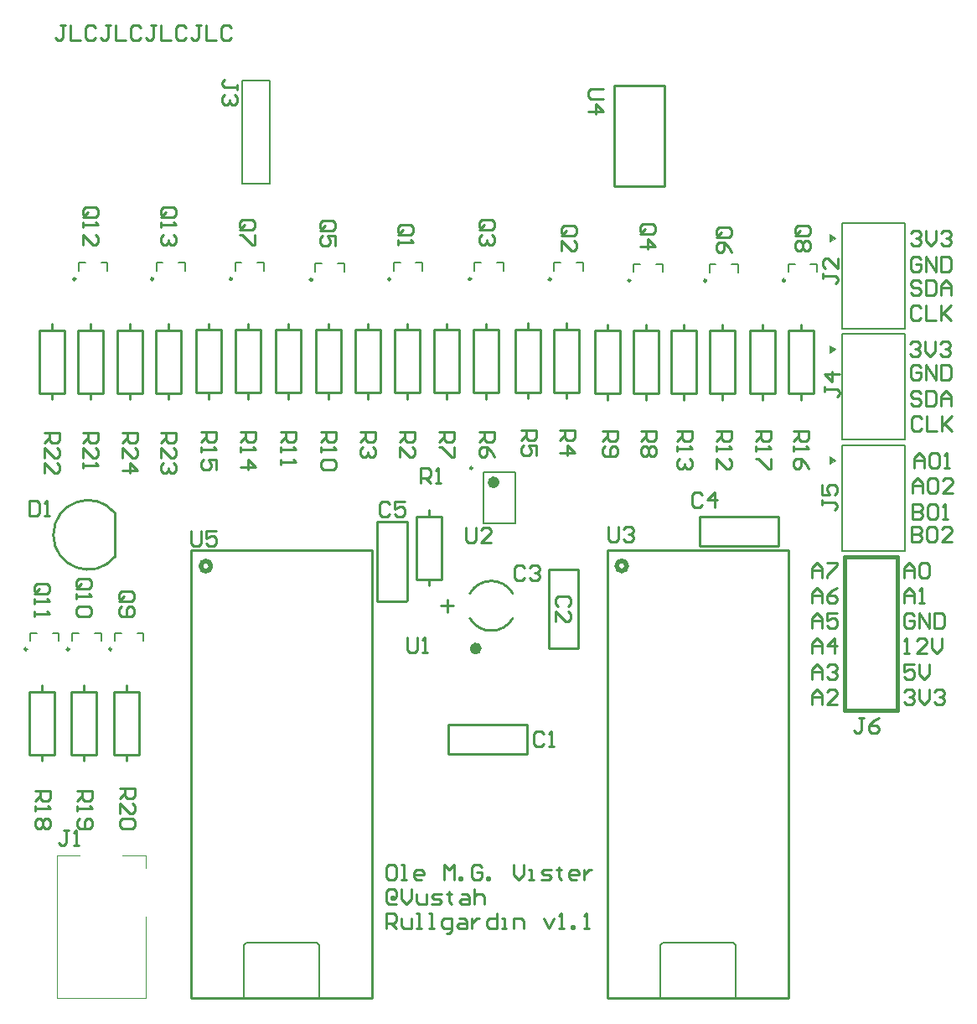
<source format=gto>
G04 Layer_Color=15132400*
%FSLAX43Y43*%
%MOMM*%
G71*
G01*
G75*
%ADD14C,0.254*%
%ADD30C,0.250*%
%ADD31C,0.600*%
%ADD32C,0.508*%
%ADD33C,0.200*%
%ADD34C,0.150*%
%ADD35C,0.025*%
%ADD36C,0.100*%
%ADD37C,0.400*%
G36*
X102740Y74360D02*
X102105Y73979D01*
Y74360D01*
Y74741D01*
X102740Y74360D01*
D02*
G37*
G36*
Y85585D02*
X102105Y85204D01*
Y85585D01*
Y85966D01*
X102740Y85585D01*
D02*
G37*
G36*
Y96785D02*
X102105Y96404D01*
Y96785D01*
Y97166D01*
X102740Y96785D01*
D02*
G37*
D14*
X29933Y69011D02*
G03*
X29933Y64639I-2733J-2186D01*
G01*
X65785Y58400D02*
G03*
X70115Y58400I2165J1250D01*
G01*
X70121Y60920D02*
G03*
X65791Y60920I-2165J-1250D01*
G01*
X73726Y63363D02*
X76724D01*
Y55413D02*
Y63363D01*
X73726Y55387D02*
X76698D01*
X73726D02*
Y63363D01*
X63562Y44701D02*
Y47699D01*
X71512D01*
X71538Y44701D02*
Y47673D01*
X63562Y44701D02*
X71538D01*
X61675Y68695D02*
Y69330D01*
X60405Y62345D02*
X61675D01*
X60405D02*
Y68695D01*
X61675Y61710D02*
Y62345D01*
X62945D01*
X60405Y68695D02*
X62945D01*
Y62345D02*
Y68695D01*
X56415Y68116D02*
X59412D01*
Y60166D02*
Y68116D01*
X56415Y60141D02*
X59387D01*
X56415D02*
Y68116D01*
X31075Y50974D02*
Y51609D01*
X29805Y44624D02*
X31075D01*
X29805D02*
Y50974D01*
X31075Y43989D02*
Y44624D01*
X32345D01*
X29805Y50974D02*
X32345D01*
Y44624D02*
Y50974D01*
X26800D02*
Y51609D01*
X25530Y44624D02*
X26800D01*
X25530D02*
Y50974D01*
X26800Y43989D02*
Y44624D01*
X28070D01*
X25530Y50974D02*
X28070D01*
Y44624D02*
Y50974D01*
X22525D02*
Y51609D01*
X21255Y44624D02*
X22525D01*
X21255D02*
Y50974D01*
X22525Y43989D02*
Y44624D01*
X23795D01*
X21255Y50974D02*
X23795D01*
Y44624D02*
Y50974D01*
X29933Y64639D02*
Y69011D01*
X31400Y87480D02*
Y88115D01*
X30130Y81130D02*
X31400D01*
X30130D02*
Y87480D01*
X31400Y80495D02*
Y81130D01*
X32670D01*
X30130Y87480D02*
X32670D01*
Y81130D02*
Y87480D01*
X35325Y80495D02*
Y81130D01*
Y87480D02*
X36595D01*
Y81130D02*
Y87480D01*
X35325D02*
Y88115D01*
X34055Y87480D02*
X35325D01*
X34055Y81130D02*
X36595D01*
X34055D02*
Y87480D01*
X23550D02*
Y88115D01*
X22280Y81130D02*
X23550D01*
X22280D02*
Y87480D01*
X23550Y80495D02*
Y81130D01*
X24820D01*
X22280Y87480D02*
X24820D01*
Y81130D02*
Y87480D01*
X27475Y80495D02*
Y81130D01*
Y87480D02*
X28745D01*
Y81130D02*
Y87480D01*
X27475D02*
Y88115D01*
X26205Y87480D02*
X27475D01*
X26205Y81130D02*
X28745D01*
X26205D02*
Y87480D01*
X58205Y81173D02*
Y87523D01*
Y81173D02*
X60745D01*
X58205Y87523D02*
X59475D01*
Y88158D01*
X60745Y81173D02*
Y87523D01*
X59475D02*
X60745D01*
X59475Y80538D02*
Y81173D01*
X64713D02*
Y87523D01*
X62173D02*
X64713D01*
X63443Y81173D02*
X64713D01*
X63443Y80538D02*
Y81173D01*
X62173D02*
Y87523D01*
Y81173D02*
X63443D01*
Y87523D02*
Y88158D01*
X66182Y81173D02*
Y87523D01*
Y81173D02*
X68722D01*
X66182Y87523D02*
X67452D01*
Y88158D01*
X68722Y81173D02*
Y87523D01*
X67452D02*
X68722D01*
X67452Y80538D02*
Y81173D01*
X55466Y87523D02*
Y88158D01*
X54196Y81173D02*
X55466D01*
X54196D02*
Y87523D01*
X55466Y80538D02*
Y81173D01*
X56736D01*
X54196Y87523D02*
X56736D01*
Y81173D02*
Y87523D01*
X51459Y80538D02*
Y81173D01*
Y87523D02*
X52729D01*
Y81173D02*
Y87523D01*
X51459D02*
Y88158D01*
X50189Y87523D02*
X51459D01*
X50189Y81173D02*
X52729D01*
X50189D02*
Y87523D01*
X47451D02*
Y88158D01*
X46181Y81173D02*
X47451D01*
X46181D02*
Y87523D01*
X47451Y80538D02*
Y81173D01*
X48721D01*
X46181Y87523D02*
X48721D01*
Y81173D02*
Y87523D01*
X43392Y80538D02*
Y81173D01*
Y87523D02*
X44662D01*
Y81173D02*
Y87523D01*
X43392D02*
Y88158D01*
X42122Y87523D02*
X43392D01*
X42122Y81173D02*
X44662D01*
X42122D02*
Y87523D01*
X39383D02*
Y88158D01*
X38113Y81173D02*
X39383D01*
X38113D02*
Y87523D01*
X39383Y80538D02*
Y81173D01*
X40653D01*
X38113Y87523D02*
X40653D01*
Y81173D02*
Y87523D01*
X80365Y101985D02*
X85445D01*
Y112145D01*
X80365D02*
X85445D01*
X80365Y101985D02*
Y112145D01*
X89012Y65676D02*
X96988D01*
Y68648D01*
X89012Y68674D02*
X96962D01*
X89012Y65676D02*
Y68674D01*
X74300Y81231D02*
Y87581D01*
Y81231D02*
X76840D01*
X74300Y87581D02*
X75570D01*
Y88216D01*
X76840Y81231D02*
Y87581D01*
X75570D02*
X76840D01*
X75570Y80596D02*
Y81231D01*
X91266Y80446D02*
Y81081D01*
Y87431D02*
X92536D01*
Y81081D02*
Y87431D01*
X91266D02*
Y88066D01*
X89996Y87431D02*
X91266D01*
X89996Y81081D02*
X92536D01*
X89996D02*
Y87431D01*
X99227Y80471D02*
Y81106D01*
Y87456D02*
X100497D01*
Y81106D02*
Y87456D01*
X99227D02*
Y88091D01*
X97957Y87456D02*
X99227D01*
X97957Y81106D02*
X100497D01*
X97957D02*
Y87456D01*
X79656Y20057D02*
Y65269D01*
X97944D01*
Y20057D02*
Y65269D01*
X79656Y20057D02*
X97944D01*
X82335Y81106D02*
Y87456D01*
Y81106D02*
X84875D01*
X82335Y87456D02*
X83605D01*
Y88091D01*
X84875Y81106D02*
Y87456D01*
X83605D02*
X84875D01*
X83605Y80471D02*
Y81106D01*
X37631Y20032D02*
X55919D01*
Y65244D01*
X37631D02*
X55919D01*
X37631Y20032D02*
Y65244D01*
X80968Y81106D02*
Y87456D01*
X78428D02*
X80968D01*
X79698Y81106D02*
X80968D01*
X79698Y80471D02*
Y81106D01*
X78428D02*
Y87456D01*
Y81106D02*
X79698D01*
Y87456D02*
Y88091D01*
X87359Y87431D02*
Y88066D01*
X86089Y81081D02*
X87359D01*
X86089D02*
Y87431D01*
X87359Y80446D02*
Y81081D01*
X88629D01*
X86089Y87431D02*
X88629D01*
Y81081D02*
Y87431D01*
X95320Y87456D02*
Y88091D01*
X94050Y81106D02*
X95320D01*
X94050D02*
Y87456D01*
X95320Y80471D02*
Y81106D01*
X96590D01*
X94050Y87456D02*
X96590D01*
Y81106D02*
Y87456D01*
X71663Y87581D02*
Y88216D01*
X70393Y81231D02*
X71663D01*
X70393D02*
Y87581D01*
X71663Y80596D02*
Y81231D01*
X72933D01*
X70393Y87581D02*
X72933D01*
Y81231D02*
Y87581D01*
X62870Y59650D02*
X64140D01*
X63505Y59015D02*
Y60285D01*
X105616Y48349D02*
X105108D01*
X105362D01*
Y47079D01*
X105108Y46825D01*
X104854D01*
X104600Y47079D01*
X107139Y48349D02*
X106631Y48095D01*
X106124Y47587D01*
Y47079D01*
X106377Y46825D01*
X106885D01*
X107139Y47079D01*
Y47333D01*
X106885Y47587D01*
X106124D01*
X30632Y77165D02*
X32156D01*
Y76403D01*
X31902Y76150D01*
X31394D01*
X31140Y76403D01*
Y77165D01*
Y76657D02*
X30632Y76150D01*
Y74626D02*
Y75642D01*
X31648Y74626D01*
X31902D01*
X32156Y74880D01*
Y75388D01*
X31902Y75642D01*
X30632Y73356D02*
X32156D01*
X31394Y74118D01*
Y73103D01*
X34569Y77165D02*
X36093D01*
Y76403D01*
X35839Y76150D01*
X35331D01*
X35077Y76403D01*
Y77165D01*
Y76657D02*
X34569Y76150D01*
Y74626D02*
Y75642D01*
X35585Y74626D01*
X35839D01*
X36093Y74880D01*
Y75388D01*
X35839Y75642D01*
Y74118D02*
X36093Y73864D01*
Y73356D01*
X35839Y73103D01*
X35585D01*
X35331Y73356D01*
Y73610D01*
Y73356D01*
X35077Y73103D01*
X34823D01*
X34569Y73356D01*
Y73864D01*
X34823Y74118D01*
X22784Y77165D02*
X24307D01*
Y76403D01*
X24053Y76150D01*
X23546D01*
X23292Y76403D01*
Y77165D01*
Y76657D02*
X22784Y76150D01*
Y74626D02*
Y75642D01*
X23799Y74626D01*
X24053D01*
X24307Y74880D01*
Y75388D01*
X24053Y75642D01*
X22784Y73103D02*
Y74118D01*
X23799Y73103D01*
X24053D01*
X24307Y73356D01*
Y73864D01*
X24053Y74118D01*
X26721Y77165D02*
X28244D01*
Y76403D01*
X27990Y76150D01*
X27483D01*
X27229Y76403D01*
Y77165D01*
Y76657D02*
X26721Y76150D01*
Y74626D02*
Y75642D01*
X27736Y74626D01*
X27990D01*
X28244Y74880D01*
Y75388D01*
X27990Y75642D01*
X26721Y74118D02*
Y73610D01*
Y73864D01*
X28244D01*
X27990Y74118D01*
X30373Y41245D02*
X31896D01*
Y40484D01*
X31642Y40230D01*
X31135D01*
X30881Y40484D01*
Y41245D01*
Y40738D02*
X30373Y40230D01*
Y38706D02*
Y39722D01*
X31388Y38706D01*
X31642D01*
X31896Y38960D01*
Y39468D01*
X31642Y39722D01*
Y38198D02*
X31896Y37944D01*
Y37437D01*
X31642Y37183D01*
X30627D01*
X30373Y37437D01*
Y37944D01*
X30627Y38198D01*
X31642D01*
X26106Y40991D02*
X27629D01*
Y40230D01*
X27375Y39976D01*
X26867D01*
X26613Y40230D01*
Y40991D01*
Y40484D02*
X26106Y39976D01*
Y39468D02*
Y38960D01*
Y39214D01*
X27629D01*
X27375Y39468D01*
X26360Y38198D02*
X26106Y37944D01*
Y37437D01*
X26360Y37183D01*
X27375D01*
X27629Y37437D01*
Y37944D01*
X27375Y38198D01*
X27121D01*
X26867Y37944D01*
Y37183D01*
X21838Y40991D02*
X23362D01*
Y40230D01*
X23108Y39976D01*
X22600D01*
X22346Y40230D01*
Y40991D01*
Y40484D02*
X21838Y39976D01*
Y39468D02*
Y38960D01*
Y39214D01*
X23362D01*
X23108Y39468D01*
Y38198D02*
X23362Y37944D01*
Y37437D01*
X23108Y37183D01*
X22854D01*
X22600Y37437D01*
X22346Y37183D01*
X22092D01*
X21838Y37437D01*
Y37944D01*
X22092Y38198D01*
X22346D01*
X22600Y37944D01*
X22854Y38198D01*
X23108D01*
X22600Y37944D02*
Y37437D01*
X34818Y98897D02*
X35834D01*
X36088Y99151D01*
Y99658D01*
X35834Y99912D01*
X34818D01*
X34564Y99658D01*
Y99151D01*
X35072Y99404D02*
X34564Y98897D01*
Y99151D02*
X34818Y98897D01*
X34564Y98389D02*
Y97881D01*
Y98135D01*
X36088D01*
X35834Y98389D01*
Y97119D02*
X36088Y96865D01*
Y96357D01*
X35834Y96104D01*
X35580D01*
X35326Y96357D01*
Y96611D01*
Y96357D01*
X35072Y96104D01*
X34818D01*
X34564Y96357D01*
Y96865D01*
X34818Y97119D01*
X26964Y98873D02*
X27980D01*
X28234Y99127D01*
Y99635D01*
X27980Y99889D01*
X26964D01*
X26710Y99635D01*
Y99127D01*
X27218Y99381D02*
X26710Y98873D01*
Y99127D02*
X26964Y98873D01*
X26710Y98365D02*
Y97858D01*
Y98111D01*
X28234D01*
X27980Y98365D01*
X26710Y96080D02*
Y97096D01*
X27726Y96080D01*
X27980D01*
X28234Y96334D01*
Y96842D01*
X27980Y97096D01*
X22022Y60910D02*
X23037D01*
X23291Y61163D01*
Y61671D01*
X23037Y61925D01*
X22022D01*
X21768Y61671D01*
Y61163D01*
X22276Y61417D02*
X21768Y60910D01*
Y61163D02*
X22022Y60910D01*
X21768Y60402D02*
Y59894D01*
Y60148D01*
X23291D01*
X23037Y60402D01*
X21768Y59132D02*
Y58624D01*
Y58878D01*
X23291D01*
X23037Y59132D01*
X26289Y61418D02*
X27305D01*
X27559Y61671D01*
Y62179D01*
X27305Y62433D01*
X26289D01*
X26035Y62179D01*
Y61671D01*
X26543Y61925D02*
X26035Y61418D01*
Y61671D02*
X26289Y61418D01*
X26035Y60910D02*
Y60402D01*
Y60656D01*
X27559D01*
X27305Y60910D01*
Y59640D02*
X27559Y59386D01*
Y58878D01*
X27305Y58624D01*
X26289D01*
X26035Y58878D01*
Y59386D01*
X26289Y59640D01*
X27305D01*
X42274Y111759D02*
Y112267D01*
Y112013D01*
X41004D01*
X40750Y112267D01*
Y112521D01*
X41004Y112775D01*
X42020Y111251D02*
X42274Y110998D01*
Y110490D01*
X42020Y110236D01*
X41766D01*
X41512Y110490D01*
Y110744D01*
Y110490D01*
X41258Y110236D01*
X41004D01*
X40750Y110490D01*
Y110998D01*
X41004Y111251D01*
X21275Y70249D02*
Y68725D01*
X22037D01*
X22291Y68979D01*
Y69995D01*
X22037Y70249D01*
X21275D01*
X22799Y68725D02*
X23306D01*
X23052D01*
Y70249D01*
X22799Y69995D01*
X89281Y70840D02*
X89027Y71094D01*
X88519D01*
X88265Y70840D01*
Y69825D01*
X88519Y69571D01*
X89027D01*
X89281Y69825D01*
X90550Y69571D02*
Y71094D01*
X89789Y70332D01*
X90804D01*
X70988Y77426D02*
X72511D01*
Y76665D01*
X72257Y76411D01*
X71749D01*
X71495Y76665D01*
Y77426D01*
Y76918D02*
X70988Y76411D01*
X72511Y74887D02*
Y75903D01*
X71749D01*
X72003Y75395D01*
Y75141D01*
X71749Y74887D01*
X71241D01*
X70988Y75141D01*
Y75649D01*
X71241Y75903D01*
X38633Y77216D02*
X40157D01*
Y76454D01*
X39903Y76200D01*
X39395D01*
X39141Y76454D01*
Y77216D01*
Y76708D02*
X38633Y76200D01*
Y75692D02*
Y75185D01*
Y75439D01*
X40157D01*
X39903Y75692D01*
X40157Y73407D02*
Y74423D01*
X39395D01*
X39649Y73915D01*
Y73661D01*
X39395Y73407D01*
X38887D01*
X38633Y73661D01*
Y74169D01*
X38887Y74423D01*
X42621Y77216D02*
X44145D01*
Y76454D01*
X43891Y76200D01*
X43383D01*
X43129Y76454D01*
Y77216D01*
Y76708D02*
X42621Y76200D01*
Y75692D02*
Y75185D01*
Y75439D01*
X44145D01*
X43891Y75692D01*
X42621Y73661D02*
X44145D01*
X43383Y74423D01*
Y73407D01*
X94670Y77301D02*
X96193D01*
Y76540D01*
X95939Y76286D01*
X95431D01*
X95178Y76540D01*
Y77301D01*
Y76793D02*
X94670Y76286D01*
Y75778D02*
Y75270D01*
Y75524D01*
X96193D01*
X95939Y75778D01*
X96193Y74508D02*
Y73493D01*
X95939D01*
X94924Y74508D01*
X94670D01*
X98503Y77301D02*
X100026D01*
Y76540D01*
X99773Y76286D01*
X99265D01*
X99011Y76540D01*
Y77301D01*
Y76793D02*
X98503Y76286D01*
Y75778D02*
Y75270D01*
Y75524D01*
X100026D01*
X99773Y75778D01*
X100026Y73493D02*
X99773Y74000D01*
X99265Y74508D01*
X98757D01*
X98503Y74254D01*
Y73746D01*
X98757Y73493D01*
X99011D01*
X99265Y73746D01*
Y74508D01*
X46685Y77216D02*
X48209D01*
Y76454D01*
X47955Y76200D01*
X47447D01*
X47193Y76454D01*
Y77216D01*
Y76708D02*
X46685Y76200D01*
Y75692D02*
Y75185D01*
Y75439D01*
X48209D01*
X47955Y75692D01*
X46685Y74423D02*
Y73915D01*
Y74169D01*
X48209D01*
X47955Y74423D01*
X50698Y77216D02*
X52222D01*
Y76454D01*
X51968Y76200D01*
X51460D01*
X51206Y76454D01*
Y77216D01*
Y76708D02*
X50698Y76200D01*
Y75692D02*
Y75185D01*
Y75439D01*
X52222D01*
X51968Y75692D01*
Y74423D02*
X52222Y74169D01*
Y73661D01*
X51968Y73407D01*
X50952D01*
X50698Y73661D01*
Y74169D01*
X50952Y74423D01*
X51968D01*
X86684Y77276D02*
X88207D01*
Y76515D01*
X87954Y76261D01*
X87446D01*
X87192Y76515D01*
Y77276D01*
Y76768D02*
X86684Y76261D01*
Y75753D02*
Y75245D01*
Y75499D01*
X88207D01*
X87954Y75753D01*
Y74483D02*
X88207Y74229D01*
Y73721D01*
X87954Y73468D01*
X87700D01*
X87446Y73721D01*
Y73975D01*
Y73721D01*
X87192Y73468D01*
X86938D01*
X86684Y73721D01*
Y74229D01*
X86938Y74483D01*
X90691Y77276D02*
X92215D01*
Y76515D01*
X91961Y76261D01*
X91453D01*
X91199Y76515D01*
Y77276D01*
Y76768D02*
X90691Y76261D01*
Y75753D02*
Y75245D01*
Y75499D01*
X92215D01*
X91961Y75753D01*
X90691Y73468D02*
Y74483D01*
X91707Y73468D01*
X91961D01*
X92215Y73721D01*
Y74229D01*
X91961Y74483D01*
X54712Y77216D02*
X56235D01*
Y76454D01*
X55981Y76200D01*
X55473D01*
X55219Y76454D01*
Y77216D01*
Y76708D02*
X54712Y76200D01*
X55981Y75692D02*
X56235Y75439D01*
Y74931D01*
X55981Y74677D01*
X55727D01*
X55473Y74931D01*
Y75185D01*
Y74931D01*
X55219Y74677D01*
X54966D01*
X54712Y74931D01*
Y75439D01*
X54966Y75692D01*
X42774Y97613D02*
X43789D01*
X44043Y97866D01*
Y98374D01*
X43789Y98628D01*
X42774D01*
X42520Y98374D01*
Y97866D01*
X43027Y98120D02*
X42520Y97613D01*
Y97866D02*
X42774Y97613D01*
X44043Y97105D02*
Y96089D01*
X43789D01*
X42774Y97105D01*
X42520D01*
X98880Y97021D02*
X99895D01*
X100149Y97275D01*
Y97782D01*
X99895Y98036D01*
X98880D01*
X98626Y97782D01*
Y97275D01*
X99134Y97528D02*
X98626Y97021D01*
Y97275D02*
X98880Y97021D01*
X99895Y96513D02*
X100149Y96259D01*
Y95751D01*
X99895Y95497D01*
X99641D01*
X99387Y95751D01*
X99134Y95497D01*
X98880D01*
X98626Y95751D01*
Y96259D01*
X98880Y96513D01*
X99134D01*
X99387Y96259D01*
X99641Y96513D01*
X99895D01*
X99387Y96259D02*
Y95751D01*
X50902Y97536D02*
X51917D01*
X52171Y97790D01*
Y98298D01*
X51917Y98552D01*
X50902D01*
X50648Y98298D01*
Y97790D01*
X51155Y98044D02*
X50648Y97536D01*
Y97790D02*
X50902Y97536D01*
X52171Y96013D02*
Y97028D01*
X51409D01*
X51663Y96521D01*
Y96267D01*
X51409Y96013D01*
X50902D01*
X50648Y96267D01*
Y96775D01*
X50902Y97028D01*
X90937Y96871D02*
X91953D01*
X92207Y97125D01*
Y97632D01*
X91953Y97886D01*
X90937D01*
X90683Y97632D01*
Y97125D01*
X91191Y97378D02*
X90683Y96871D01*
Y97125D02*
X90937Y96871D01*
X92207Y95347D02*
X91953Y95855D01*
X91445Y96363D01*
X90937D01*
X90683Y96109D01*
Y95601D01*
X90937Y95347D01*
X91191D01*
X91445Y95601D01*
Y96363D01*
X79781Y67691D02*
Y66421D01*
X80035Y66167D01*
X80543D01*
X80797Y66421D01*
Y67691D01*
X81305Y67437D02*
X81559Y67691D01*
X82067D01*
X82321Y67437D01*
Y67183D01*
X82067Y66929D01*
X81813D01*
X82067D01*
X82321Y66675D01*
Y66421D01*
X82067Y66167D01*
X81559D01*
X81305Y66421D01*
X60800Y72025D02*
Y73549D01*
X61562D01*
X61816Y73295D01*
Y72787D01*
X61562Y72533D01*
X60800D01*
X61308D02*
X61816Y72025D01*
X62324D02*
X62831D01*
X62577D01*
Y73549D01*
X62324Y73295D01*
X73289Y46709D02*
X73035Y46963D01*
X72527D01*
X72273Y46709D01*
Y45693D01*
X72527Y45439D01*
X73035D01*
X73289Y45693D01*
X73797Y45439D02*
X74305D01*
X74051D01*
Y46963D01*
X73797Y46709D01*
X75720Y59584D02*
X75974Y59838D01*
Y60346D01*
X75720Y60600D01*
X74704D01*
X74450Y60346D01*
Y59838D01*
X74704Y59584D01*
X74450Y58061D02*
Y59076D01*
X75466Y58061D01*
X75720D01*
X75974Y58315D01*
Y58823D01*
X75720Y59076D01*
X71291Y63520D02*
X71037Y63774D01*
X70529D01*
X70275Y63520D01*
Y62504D01*
X70529Y62250D01*
X71037D01*
X71291Y62504D01*
X71799Y63520D02*
X72052Y63774D01*
X72560D01*
X72814Y63520D01*
Y63266D01*
X72560Y63012D01*
X72306D01*
X72560D01*
X72814Y62758D01*
Y62504D01*
X72560Y62250D01*
X72052D01*
X71799Y62504D01*
X59425Y56499D02*
Y55229D01*
X59679Y54975D01*
X60187D01*
X60441Y55229D01*
Y56499D01*
X60949Y54975D02*
X61456D01*
X61202D01*
Y56499D01*
X60949Y56245D01*
X65350Y67549D02*
Y66279D01*
X65604Y66025D01*
X66112D01*
X66366Y66279D01*
Y67549D01*
X67889Y66025D02*
X66874D01*
X67889Y67041D01*
Y67295D01*
X67635Y67549D01*
X67127D01*
X66874Y67295D01*
X25273Y37007D02*
X24765D01*
X25019D01*
Y35738D01*
X24765Y35484D01*
X24511D01*
X24257Y35738D01*
X25781Y35484D02*
X26288D01*
X26034D01*
Y37007D01*
X25781Y36753D01*
X58801Y97079D02*
X59817D01*
X60071Y97333D01*
Y97841D01*
X59817Y98095D01*
X58801D01*
X58547Y97841D01*
Y97333D01*
X59055Y97587D02*
X58547Y97079D01*
Y97333D02*
X58801Y97079D01*
X58547Y96571D02*
Y96063D01*
Y96317D01*
X60071D01*
X59817Y96571D01*
X75302Y97046D02*
X76318D01*
X76572Y97300D01*
Y97807D01*
X76318Y98061D01*
X75302D01*
X75048Y97807D01*
Y97300D01*
X75556Y97553D02*
X75048Y97046D01*
Y97300D02*
X75302Y97046D01*
X75048Y95522D02*
Y96538D01*
X76064Y95522D01*
X76318D01*
X76572Y95776D01*
Y96284D01*
X76318Y96538D01*
X83270Y97196D02*
X84285D01*
X84539Y97450D01*
Y97957D01*
X84285Y98211D01*
X83270D01*
X83016Y97957D01*
Y97450D01*
X83523Y97703D02*
X83016Y97196D01*
Y97450D02*
X83270Y97196D01*
X83016Y95926D02*
X84539D01*
X83777Y96688D01*
Y95672D01*
X66954Y97613D02*
X67970D01*
X68224Y97866D01*
Y98374D01*
X67970Y98628D01*
X66954D01*
X66700Y98374D01*
Y97866D01*
X67208Y98120D02*
X66700Y97613D01*
Y97866D02*
X66954Y97613D01*
X67970Y97105D02*
X68224Y96851D01*
Y96343D01*
X67970Y96089D01*
X67716D01*
X67462Y96343D01*
Y96597D01*
Y96343D01*
X67208Y96089D01*
X66954D01*
X66700Y96343D01*
Y96851D01*
X66954Y97105D01*
X66700Y77216D02*
X68224D01*
Y76454D01*
X67970Y76200D01*
X67462D01*
X67208Y76454D01*
Y77216D01*
Y76708D02*
X66700Y76200D01*
X68224Y74677D02*
X67970Y75185D01*
X67462Y75692D01*
X66954D01*
X66700Y75439D01*
Y74931D01*
X66954Y74677D01*
X67208D01*
X67462Y74931D01*
Y75692D01*
X83055Y77301D02*
X84579D01*
Y76540D01*
X84325Y76286D01*
X83817D01*
X83563Y76540D01*
Y77301D01*
Y76793D02*
X83055Y76286D01*
X84325Y75778D02*
X84579Y75524D01*
Y75016D01*
X84325Y74762D01*
X84071D01*
X83817Y75016D01*
X83563Y74762D01*
X83309D01*
X83055Y75016D01*
Y75524D01*
X83309Y75778D01*
X83563D01*
X83817Y75524D01*
X84071Y75778D01*
X84325D01*
X83817Y75524D02*
Y75016D01*
X74895Y77426D02*
X76418D01*
Y76665D01*
X76164Y76411D01*
X75656D01*
X75403Y76665D01*
Y77426D01*
Y76918D02*
X74895Y76411D01*
Y75141D02*
X76418D01*
X75656Y75903D01*
Y74887D01*
X62687Y77216D02*
X64211D01*
Y76454D01*
X63957Y76200D01*
X63449D01*
X63195Y76454D01*
Y77216D01*
Y76708D02*
X62687Y76200D01*
X64211Y75692D02*
Y74677D01*
X63957D01*
X62941Y75692D01*
X62687D01*
X58725Y77216D02*
X60248D01*
Y76454D01*
X59994Y76200D01*
X59487D01*
X59233Y76454D01*
Y77216D01*
Y76708D02*
X58725Y76200D01*
Y74677D02*
Y75692D01*
X59740Y74677D01*
X59994D01*
X60248Y74931D01*
Y75439D01*
X59994Y75692D01*
X79249Y111825D02*
X77979D01*
X77725Y111571D01*
Y111063D01*
X77979Y110809D01*
X79249D01*
X77725Y109540D02*
X79249D01*
X78487Y110301D01*
Y109286D01*
X79148Y77301D02*
X80672D01*
Y76540D01*
X80418Y76286D01*
X79910D01*
X79656Y76540D01*
Y77301D01*
Y76793D02*
X79148Y76286D01*
X79402Y75778D02*
X79148Y75524D01*
Y75016D01*
X79402Y74762D01*
X80418D01*
X80672Y75016D01*
Y75524D01*
X80418Y75778D01*
X80164D01*
X79910Y75524D01*
Y74762D01*
X57691Y69895D02*
X57437Y70149D01*
X56929D01*
X56675Y69895D01*
Y68879D01*
X56929Y68625D01*
X57437D01*
X57691Y68879D01*
X59214Y70149D02*
X58199D01*
Y69387D01*
X58706Y69641D01*
X58960D01*
X59214Y69387D01*
Y68879D01*
X58960Y68625D01*
X58452D01*
X58199Y68879D01*
X37612Y67245D02*
Y65976D01*
X37866Y65722D01*
X38373D01*
X38627Y65976D01*
Y67245D01*
X40151D02*
X39135D01*
Y66483D01*
X39643Y66737D01*
X39897D01*
X40151Y66483D01*
Y65976D01*
X39897Y65722D01*
X39389D01*
X39135Y65976D01*
X101451Y93191D02*
Y92683D01*
Y92937D01*
X102721D01*
X102975Y92683D01*
Y92429D01*
X102721Y92175D01*
X102975Y94714D02*
Y93699D01*
X101959Y94714D01*
X101705D01*
X101451Y94460D01*
Y93952D01*
X101705Y93699D01*
X101601Y81791D02*
Y81283D01*
Y81537D01*
X102871D01*
X103125Y81283D01*
Y81029D01*
X102871Y80775D01*
X103125Y83060D02*
X101601D01*
X102363Y82299D01*
Y83314D01*
X101351Y70391D02*
Y69883D01*
Y70137D01*
X102621D01*
X102875Y69883D01*
Y69629D01*
X102621Y69375D01*
X101351Y71914D02*
Y70899D01*
X102113D01*
X101859Y71406D01*
Y71660D01*
X102113Y71914D01*
X102621D01*
X102875Y71660D01*
Y71152D01*
X102621Y70899D01*
X30556Y60148D02*
X31572D01*
X31826Y60401D01*
Y60909D01*
X31572Y61163D01*
X30556D01*
X30302Y60909D01*
Y60401D01*
X30810Y60655D02*
X30302Y60148D01*
Y60401D02*
X30556Y60148D01*
Y59640D02*
X30302Y59386D01*
Y58878D01*
X30556Y58624D01*
X31572D01*
X31826Y58878D01*
Y59386D01*
X31572Y59640D01*
X31318D01*
X31064Y59386D01*
Y58624D01*
X24891Y118274D02*
X24383D01*
X24637D01*
Y117004D01*
X24383Y116750D01*
X24129D01*
X23875Y117004D01*
X25399Y118274D02*
Y116750D01*
X26414D01*
X27938Y118020D02*
X27684Y118274D01*
X27176D01*
X26922Y118020D01*
Y117004D01*
X27176Y116750D01*
X27684D01*
X27938Y117004D01*
X29461Y118274D02*
X28953D01*
X29207D01*
Y117004D01*
X28953Y116750D01*
X28699D01*
X28446Y117004D01*
X29969Y118274D02*
Y116750D01*
X30985D01*
X32508Y118020D02*
X32254Y118274D01*
X31746D01*
X31493Y118020D01*
Y117004D01*
X31746Y116750D01*
X32254D01*
X32508Y117004D01*
X34032Y118274D02*
X33524D01*
X33778D01*
Y117004D01*
X33524Y116750D01*
X33270D01*
X33016Y117004D01*
X34540Y118274D02*
Y116750D01*
X35555D01*
X37079Y118020D02*
X36825Y118274D01*
X36317D01*
X36063Y118020D01*
Y117004D01*
X36317Y116750D01*
X36825D01*
X37079Y117004D01*
X38602Y118274D02*
X38094D01*
X38348D01*
Y117004D01*
X38094Y116750D01*
X37840D01*
X37587Y117004D01*
X39110Y118274D02*
Y116750D01*
X40126D01*
X41649Y118020D02*
X41395Y118274D01*
X40888D01*
X40634Y118020D01*
Y117004D01*
X40888Y116750D01*
X41395D01*
X41649Y117004D01*
X109675Y50995D02*
X109929Y51249D01*
X110437D01*
X110691Y50995D01*
Y50741D01*
X110437Y50487D01*
X110183D01*
X110437D01*
X110691Y50233D01*
Y49979D01*
X110437Y49725D01*
X109929D01*
X109675Y49979D01*
X111199Y51249D02*
Y50233D01*
X111706Y49725D01*
X112214Y50233D01*
Y51249D01*
X112722Y50995D02*
X112976Y51249D01*
X113484D01*
X113738Y50995D01*
Y50741D01*
X113484Y50487D01*
X113230D01*
X113484D01*
X113738Y50233D01*
Y49979D01*
X113484Y49725D01*
X112976D01*
X112722Y49979D01*
X110691Y53799D02*
X109675D01*
Y53037D01*
X110183Y53291D01*
X110437D01*
X110691Y53037D01*
Y52529D01*
X110437Y52275D01*
X109929D01*
X109675Y52529D01*
X111199Y53799D02*
Y52783D01*
X111706Y52275D01*
X112214Y52783D01*
Y53799D01*
X109675Y54825D02*
X110183D01*
X109929D01*
Y56349D01*
X109675Y56095D01*
X111960Y54825D02*
X110945D01*
X111960Y55841D01*
Y56095D01*
X111706Y56349D01*
X111199D01*
X110945Y56095D01*
X112468Y56349D02*
Y55333D01*
X112976Y54825D01*
X113484Y55333D01*
Y56349D01*
X110691Y58645D02*
X110437Y58899D01*
X109929D01*
X109675Y58645D01*
Y57629D01*
X109929Y57375D01*
X110437D01*
X110691Y57629D01*
Y58137D01*
X110183D01*
X111199Y57375D02*
Y58899D01*
X112214Y57375D01*
Y58899D01*
X112722D02*
Y57375D01*
X113484D01*
X113738Y57629D01*
Y58645D01*
X113484Y58899D01*
X112722D01*
X100350Y62475D02*
Y63491D01*
X100858Y63999D01*
X101366Y63491D01*
Y62475D01*
Y63237D01*
X100350D01*
X101873Y63999D02*
X102889D01*
Y63745D01*
X101873Y62729D01*
Y62475D01*
X100350Y59925D02*
Y60941D01*
X100858Y61449D01*
X101366Y60941D01*
Y59925D01*
Y60687D01*
X100350D01*
X102889Y61449D02*
X102381Y61195D01*
X101873Y60687D01*
Y60179D01*
X102127Y59925D01*
X102635D01*
X102889Y60179D01*
Y60433D01*
X102635Y60687D01*
X101873D01*
X100350Y57375D02*
Y58391D01*
X100858Y58899D01*
X101366Y58391D01*
Y57375D01*
Y58137D01*
X100350D01*
X102889Y58899D02*
X101873D01*
Y58137D01*
X102381Y58391D01*
X102635D01*
X102889Y58137D01*
Y57629D01*
X102635Y57375D01*
X102127D01*
X101873Y57629D01*
X100350Y54825D02*
Y55841D01*
X100858Y56349D01*
X101366Y55841D01*
Y54825D01*
Y55587D01*
X100350D01*
X102635Y54825D02*
Y56349D01*
X101873Y55587D01*
X102889D01*
X100350Y52275D02*
Y53291D01*
X100858Y53799D01*
X101366Y53291D01*
Y52275D01*
Y53037D01*
X100350D01*
X101873Y53545D02*
X102127Y53799D01*
X102635D01*
X102889Y53545D01*
Y53291D01*
X102635Y53037D01*
X102381D01*
X102635D01*
X102889Y52783D01*
Y52529D01*
X102635Y52275D01*
X102127D01*
X101873Y52529D01*
X100350Y49725D02*
Y50741D01*
X100858Y51249D01*
X101366Y50741D01*
Y49725D01*
Y50487D01*
X100350D01*
X102889Y49725D02*
X101873D01*
X102889Y50741D01*
Y50995D01*
X102635Y51249D01*
X102127D01*
X101873Y50995D01*
X109675Y59925D02*
Y60941D01*
X110183Y61449D01*
X110691Y60941D01*
Y59925D01*
Y60687D01*
X109675D01*
X111199Y59925D02*
X111706D01*
X111452D01*
Y61449D01*
X111199Y61195D01*
X109675Y62475D02*
Y63491D01*
X110183Y63999D01*
X110691Y63491D01*
Y62475D01*
Y63237D01*
X109675D01*
X111199Y63745D02*
X111452Y63999D01*
X111960D01*
X112214Y63745D01*
Y62729D01*
X111960Y62475D01*
X111452D01*
X111199Y62729D01*
Y63745D01*
X110325Y97320D02*
X110579Y97574D01*
X111087D01*
X111341Y97320D01*
Y97066D01*
X111087Y96812D01*
X110833D01*
X111087D01*
X111341Y96558D01*
Y96304D01*
X111087Y96050D01*
X110579D01*
X110325Y96304D01*
X111849Y97574D02*
Y96558D01*
X112356Y96050D01*
X112864Y96558D01*
Y97574D01*
X113372Y97320D02*
X113626Y97574D01*
X114134D01*
X114388Y97320D01*
Y97066D01*
X114134Y96812D01*
X113880D01*
X114134D01*
X114388Y96558D01*
Y96304D01*
X114134Y96050D01*
X113626D01*
X113372Y96304D01*
X110275Y86070D02*
X110529Y86324D01*
X111037D01*
X111291Y86070D01*
Y85816D01*
X111037Y85562D01*
X110783D01*
X111037D01*
X111291Y85308D01*
Y85054D01*
X111037Y84800D01*
X110529D01*
X110275Y85054D01*
X111799Y86324D02*
Y85308D01*
X112306Y84800D01*
X112814Y85308D01*
Y86324D01*
X113322Y86070D02*
X113576Y86324D01*
X114084D01*
X114338Y86070D01*
Y85816D01*
X114084Y85562D01*
X113830D01*
X114084D01*
X114338Y85308D01*
Y85054D01*
X114084Y84800D01*
X113576D01*
X113322Y85054D01*
X111366Y94620D02*
X111112Y94874D01*
X110604D01*
X110350Y94620D01*
Y93604D01*
X110604Y93350D01*
X111112D01*
X111366Y93604D01*
Y94112D01*
X110858D01*
X111874Y93350D02*
Y94874D01*
X112889Y93350D01*
Y94874D01*
X113397D02*
Y93350D01*
X114159D01*
X114413Y93604D01*
Y94620D01*
X114159Y94874D01*
X113397D01*
X111341Y83695D02*
X111087Y83949D01*
X110579D01*
X110325Y83695D01*
Y82679D01*
X110579Y82425D01*
X111087D01*
X111341Y82679D01*
Y83187D01*
X110833D01*
X111849Y82425D02*
Y83949D01*
X112864Y82425D01*
Y83949D01*
X113372D02*
Y82425D01*
X114134D01*
X114388Y82679D01*
Y83695D01*
X114134Y83949D01*
X113372D01*
X110650Y73600D02*
Y74616D01*
X111158Y75124D01*
X111666Y74616D01*
Y73600D01*
Y74362D01*
X110650D01*
X112935Y75124D02*
X112427D01*
X112174Y74870D01*
Y73854D01*
X112427Y73600D01*
X112935D01*
X113189Y73854D01*
Y74870D01*
X112935Y75124D01*
X113697Y73600D02*
X114205D01*
X113951D01*
Y75124D01*
X113697Y74870D01*
X110500Y71075D02*
Y72091D01*
X111008Y72599D01*
X111516Y72091D01*
Y71075D01*
Y71837D01*
X110500D01*
X112785Y72599D02*
X112277D01*
X112024Y72345D01*
Y71329D01*
X112277Y71075D01*
X112785D01*
X113039Y71329D01*
Y72345D01*
X112785Y72599D01*
X114563Y71075D02*
X113547D01*
X114563Y72091D01*
Y72345D01*
X114309Y72599D01*
X113801D01*
X113547Y72345D01*
X110425Y67624D02*
Y66100D01*
X111187D01*
X111441Y66354D01*
Y66608D01*
X111187Y66862D01*
X110425D01*
X111187D01*
X111441Y67116D01*
Y67370D01*
X111187Y67624D01*
X110425D01*
X112710D02*
X112202D01*
X111949Y67370D01*
Y66354D01*
X112202Y66100D01*
X112710D01*
X112964Y66354D01*
Y67370D01*
X112710Y67624D01*
X114488Y66100D02*
X113472D01*
X114488Y67116D01*
Y67370D01*
X114234Y67624D01*
X113726D01*
X113472Y67370D01*
X110500Y69974D02*
Y68450D01*
X111262D01*
X111516Y68704D01*
Y68958D01*
X111262Y69212D01*
X110500D01*
X111262D01*
X111516Y69466D01*
Y69720D01*
X111262Y69974D01*
X110500D01*
X112785D02*
X112277D01*
X112024Y69720D01*
Y68704D01*
X112277Y68450D01*
X112785D01*
X113039Y68704D01*
Y69720D01*
X112785Y69974D01*
X113547Y68450D02*
X114055D01*
X113801D01*
Y69974D01*
X113547Y69720D01*
X111391Y92320D02*
X111137Y92574D01*
X110629D01*
X110375Y92320D01*
Y92066D01*
X110629Y91812D01*
X111137D01*
X111391Y91558D01*
Y91304D01*
X111137Y91050D01*
X110629D01*
X110375Y91304D01*
X111899Y92574D02*
Y91050D01*
X112660D01*
X112914Y91304D01*
Y92320D01*
X112660Y92574D01*
X111899D01*
X113422Y91050D02*
Y92066D01*
X113930Y92574D01*
X114438Y92066D01*
Y91050D01*
Y91812D01*
X113422D01*
X111391Y81095D02*
X111137Y81349D01*
X110629D01*
X110375Y81095D01*
Y80841D01*
X110629Y80587D01*
X111137D01*
X111391Y80333D01*
Y80079D01*
X111137Y79825D01*
X110629D01*
X110375Y80079D01*
X111899Y81349D02*
Y79825D01*
X112660D01*
X112914Y80079D01*
Y81095D01*
X112660Y81349D01*
X111899D01*
X113422Y79825D02*
Y80841D01*
X113930Y81349D01*
X114438Y80841D01*
Y79825D01*
Y80587D01*
X113422D01*
X111366Y89745D02*
X111112Y89999D01*
X110604D01*
X110350Y89745D01*
Y88729D01*
X110604Y88475D01*
X111112D01*
X111366Y88729D01*
X111874Y89999D02*
Y88475D01*
X112889D01*
X113397Y89999D02*
Y88475D01*
Y88983D01*
X114413Y89999D01*
X113651Y89237D01*
X114413Y88475D01*
X111416Y78545D02*
X111162Y78799D01*
X110654D01*
X110400Y78545D01*
Y77529D01*
X110654Y77275D01*
X111162D01*
X111416Y77529D01*
X111924Y78799D02*
Y77275D01*
X112939D01*
X113447Y78799D02*
Y77275D01*
Y77783D01*
X114463Y78799D01*
X113701Y78037D01*
X114463Y77275D01*
X58060Y33559D02*
X57552D01*
X57298Y33305D01*
Y32290D01*
X57552Y32036D01*
X58060D01*
X58314Y32290D01*
Y33305D01*
X58060Y33559D01*
X58822Y32036D02*
X59330D01*
X59076D01*
Y33559D01*
X58822D01*
X60853Y32036D02*
X60345D01*
X60092Y32290D01*
Y32798D01*
X60345Y33052D01*
X60853D01*
X61107Y32798D01*
Y32544D01*
X60092D01*
X63139Y32036D02*
Y33559D01*
X63646Y33052D01*
X64154Y33559D01*
Y32036D01*
X64662D02*
Y32290D01*
X64916D01*
Y32036D01*
X64662D01*
X66947Y33305D02*
X66693Y33559D01*
X66186D01*
X65932Y33305D01*
Y32290D01*
X66186Y32036D01*
X66693D01*
X66947Y32290D01*
Y32798D01*
X66439D01*
X67455Y32036D02*
Y32290D01*
X67709D01*
Y32036D01*
X67455D01*
X70248Y33559D02*
Y32544D01*
X70756Y32036D01*
X71264Y32544D01*
Y33559D01*
X71772Y32036D02*
X72280D01*
X72026D01*
Y33052D01*
X71772D01*
X73041Y32036D02*
X73803D01*
X74057Y32290D01*
X73803Y32544D01*
X73295D01*
X73041Y32798D01*
X73295Y33052D01*
X74057D01*
X74819Y33305D02*
Y33052D01*
X74565D01*
X75073D01*
X74819D01*
Y32290D01*
X75073Y32036D01*
X76596D02*
X76088D01*
X75834Y32290D01*
Y32798D01*
X76088Y33052D01*
X76596D01*
X76850Y32798D01*
Y32544D01*
X75834D01*
X77358Y33052D02*
Y32036D01*
Y32544D01*
X77612Y32798D01*
X77866Y33052D01*
X78120D01*
X58060Y30081D02*
Y30335D01*
X57806D01*
Y30081D01*
X58060D01*
X58314Y30335D01*
Y30843D01*
X58060Y31097D01*
X57552D01*
X57298Y30843D01*
Y29827D01*
X57552Y29573D01*
X58314D01*
X58822Y31097D02*
Y30081D01*
X59330Y29573D01*
X59838Y30081D01*
Y31097D01*
X60345Y30589D02*
Y29827D01*
X60599Y29573D01*
X61361D01*
Y30589D01*
X61869Y29573D02*
X62631D01*
X62885Y29827D01*
X62631Y30081D01*
X62123D01*
X61869Y30335D01*
X62123Y30589D01*
X62885D01*
X63646Y30843D02*
Y30589D01*
X63392D01*
X63900D01*
X63646D01*
Y29827D01*
X63900Y29573D01*
X64916Y30589D02*
X65424D01*
X65678Y30335D01*
Y29573D01*
X64916D01*
X64662Y29827D01*
X64916Y30081D01*
X65678D01*
X66186Y31097D02*
Y29573D01*
Y30335D01*
X66439Y30589D01*
X66947D01*
X67201Y30335D01*
Y29573D01*
X57298Y27111D02*
Y28634D01*
X58060D01*
X58314Y28380D01*
Y27873D01*
X58060Y27619D01*
X57298D01*
X57806D02*
X58314Y27111D01*
X58822Y28127D02*
Y27365D01*
X59076Y27111D01*
X59838D01*
Y28127D01*
X60345Y27111D02*
X60853D01*
X60599D01*
Y28634D01*
X60345D01*
X61615Y27111D02*
X62123D01*
X61869D01*
Y28634D01*
X61615D01*
X63392Y26603D02*
X63646D01*
X63900Y26857D01*
Y28127D01*
X63139D01*
X62885Y27873D01*
Y27365D01*
X63139Y27111D01*
X63900D01*
X64662Y28127D02*
X65170D01*
X65424Y27873D01*
Y27111D01*
X64662D01*
X64408Y27365D01*
X64662Y27619D01*
X65424D01*
X65932Y28127D02*
Y27111D01*
Y27619D01*
X66186Y27873D01*
X66439Y28127D01*
X66693D01*
X68471Y28634D02*
Y27111D01*
X67709D01*
X67455Y27365D01*
Y27873D01*
X67709Y28127D01*
X68471D01*
X68979Y27111D02*
X69486D01*
X69233D01*
Y28127D01*
X68979D01*
X70248Y27111D02*
Y28127D01*
X71010D01*
X71264Y27873D01*
Y27111D01*
X73295Y28127D02*
X73803Y27111D01*
X74311Y28127D01*
X74819Y27111D02*
X75327D01*
X75073D01*
Y28634D01*
X74819Y28380D01*
X76088Y27111D02*
Y27365D01*
X76342D01*
Y27111D01*
X76088D01*
X77358D02*
X77866D01*
X77612D01*
Y28634D01*
X77358Y28380D01*
D30*
X25937Y92654D02*
G03*
X25937Y92654I-125J0D01*
G01*
X33787D02*
G03*
X33787Y92654I-125J0D01*
G01*
X65917Y92653D02*
G03*
X65917Y92653I-125J0D01*
G01*
X57764Y92628D02*
G03*
X57764Y92628I-125J0D01*
G01*
X49866Y92578D02*
G03*
X49866Y92578I-125J0D01*
G01*
X41740Y92653D02*
G03*
X41740Y92653I-125J0D01*
G01*
X66050Y73575D02*
G03*
X66050Y73575I-125J0D01*
G01*
X82017Y92511D02*
G03*
X82017Y92511I-125J0D01*
G01*
X73982Y92636D02*
G03*
X73982Y92636I-125J0D01*
G01*
X89678Y92486D02*
G03*
X89678Y92486I-125J0D01*
G01*
X97639Y92511D02*
G03*
X97639Y92511I-125J0D01*
G01*
X29583Y55275D02*
G03*
X29583Y55275I-125J0D01*
G01*
X25308D02*
G03*
X25308Y55275I-125J0D01*
G01*
X21032D02*
G03*
X21032Y55275I-125J0D01*
G01*
D31*
X66675Y55350D02*
G03*
X66675Y55350I-300J0D01*
G01*
X68475Y72125D02*
G03*
X68475Y72125I-300J0D01*
G01*
D32*
X81637Y63694D02*
G03*
X81637Y63694I-508J0D01*
G01*
X39612Y63669D02*
G03*
X39612Y63669I-508J0D01*
G01*
D33*
X26252Y93489D02*
Y94304D01*
X26912D01*
X29172Y93489D02*
Y94304D01*
X28512D02*
X29172D01*
X34102Y93489D02*
Y94304D01*
X34762D01*
X37022Y93489D02*
Y94304D01*
X36362D02*
X37022D01*
X68492Y94303D02*
X69152D01*
Y93489D02*
Y94303D01*
X66232D02*
X66892D01*
X66232Y93489D02*
Y94303D01*
X60339Y94279D02*
X60999D01*
Y93464D02*
Y94279D01*
X58079D02*
X58739D01*
X58079Y93464D02*
Y94279D01*
X50181Y93413D02*
Y94229D01*
X50841D01*
X53101Y93413D02*
Y94229D01*
X52441D02*
X53101D01*
X42055Y93489D02*
Y94303D01*
X42715D01*
X44975Y93489D02*
Y94303D01*
X44315D02*
X44975D01*
X67175Y68025D02*
Y73125D01*
X70375Y68025D02*
Y73125D01*
X67175D02*
X70375D01*
X67175Y68025D02*
X70375D01*
X84592Y94161D02*
X85252D01*
Y93346D02*
Y94161D01*
X82332D02*
X82992D01*
X82332Y93346D02*
Y94161D01*
X76557Y94286D02*
X77217D01*
Y93471D02*
Y94286D01*
X74297D02*
X74957D01*
X74297Y93471D02*
Y94286D01*
X89993Y93321D02*
Y94136D01*
X90653D01*
X92913Y93321D02*
Y94136D01*
X92253D02*
X92913D01*
X97954Y93346D02*
Y94161D01*
X98614D01*
X100874Y93346D02*
Y94161D01*
X100214D02*
X100874D01*
X109725Y87641D02*
Y98309D01*
X103375Y87641D02*
Y98309D01*
X109725D01*
X103375Y87641D02*
X109725D01*
Y76441D02*
Y87109D01*
X103375Y76441D02*
Y87109D01*
X109725D01*
X103375Y76441D02*
X109725D01*
Y65216D02*
Y75884D01*
X103375Y65216D02*
Y75884D01*
X109725D01*
X103375Y65216D02*
X109725D01*
X29897Y56110D02*
Y56925D01*
X30558D01*
X32818Y56110D02*
Y56925D01*
X32158D02*
X32818D01*
X25622Y56110D02*
Y56925D01*
X26282D01*
X28542Y56110D02*
Y56925D01*
X27882D02*
X28542D01*
X21347Y56110D02*
Y56925D01*
X22007D01*
X24267Y56110D02*
Y56925D01*
X23608D02*
X24267D01*
X42750Y112650D02*
X45550D01*
X42750Y102250D02*
Y112650D01*
Y102250D02*
X45550D01*
Y112650D01*
D34*
X92610Y20057D02*
Y25391D01*
X92356Y25645D02*
X92610Y25391D01*
X85244Y25645D02*
X92356D01*
X84990Y25391D02*
X85244Y25645D01*
X84990Y20057D02*
Y25391D01*
X42965Y20032D02*
Y25366D01*
X43219Y25620D01*
X50331D01*
X50585Y25366D01*
Y20032D02*
Y25366D01*
D35*
X24025Y34450D02*
X26367D01*
X24025Y20050D02*
Y34450D01*
Y20050D02*
X33025D01*
Y28250D01*
X30685Y34450D02*
X33025D01*
Y33185D02*
Y34450D01*
D36*
X102105Y97166D02*
X102740Y96785D01*
X102105Y96404D02*
Y97166D01*
Y96404D02*
X102740Y96785D01*
X102105Y85966D02*
X102740Y85585D01*
X102105Y85204D02*
Y85966D01*
Y85204D02*
X102740Y85585D01*
X102105Y74741D02*
X102740Y74360D01*
X102105Y73979D02*
Y74741D01*
Y73979D02*
X102740Y74360D01*
D37*
X103653Y64572D02*
X108987D01*
Y49078D02*
Y64572D01*
X103653Y49078D02*
X108987D01*
X103653D02*
Y64572D01*
M02*

</source>
